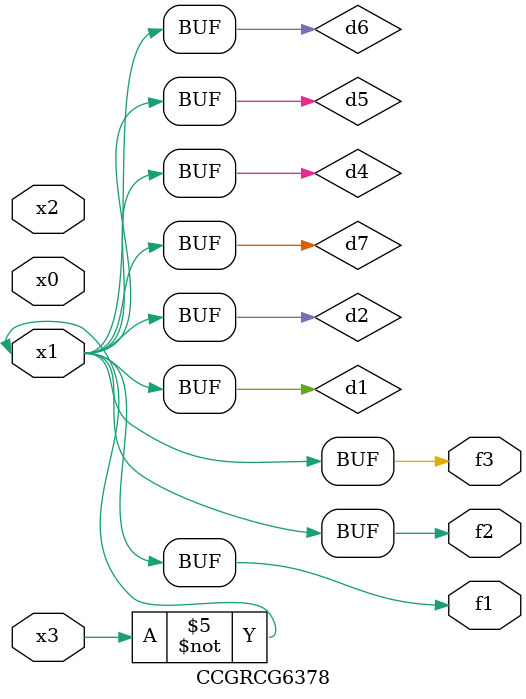
<source format=v>
module CCGRCG6378(
	input x0, x1, x2, x3,
	output f1, f2, f3
);

	wire d1, d2, d3, d4, d5, d6, d7;

	not (d1, x3);
	buf (d2, x1);
	xnor (d3, d1, d2);
	nor (d4, d1);
	buf (d5, d1, d2);
	buf (d6, d4, d5);
	nand (d7, d4);
	assign f1 = d6;
	assign f2 = d7;
	assign f3 = d6;
endmodule

</source>
